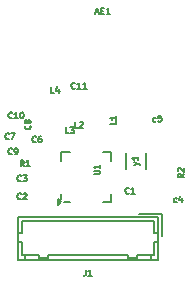
<source format=gbr>
%TF.GenerationSoftware,KiCad,Pcbnew,8.0.0*%
%TF.CreationDate,2025-02-14T14:26:33-04:00*%
%TF.ProjectId,Proyecto 1 Kicad,50726f79-6563-4746-9f20-31204b696361,rev?*%
%TF.SameCoordinates,Original*%
%TF.FileFunction,Legend,Top*%
%TF.FilePolarity,Positive*%
%FSLAX46Y46*%
G04 Gerber Fmt 4.6, Leading zero omitted, Abs format (unit mm)*
G04 Created by KiCad (PCBNEW 8.0.0) date 2025-02-14 14:26:33*
%MOMM*%
%LPD*%
G01*
G04 APERTURE LIST*
%ADD10C,0.127000*%
%ADD11C,0.152400*%
G04 APERTURE END LIST*
D10*
X157083739Y-101200857D02*
X157422406Y-101079905D01*
X157083739Y-100958952D02*
X157422406Y-101079905D01*
X157422406Y-101079905D02*
X157543358Y-101128286D01*
X157543358Y-101128286D02*
X157567549Y-101152476D01*
X157567549Y-101152476D02*
X157591739Y-101200857D01*
X157422406Y-100499333D02*
X157422406Y-100789619D01*
X157422406Y-100644476D02*
X156914406Y-100644476D01*
X156914406Y-100644476D02*
X156986977Y-100692857D01*
X156986977Y-100692857D02*
X157035358Y-100741238D01*
X157035358Y-100741238D02*
X157059549Y-100789619D01*
X153644406Y-101987047D02*
X154055644Y-101987047D01*
X154055644Y-101987047D02*
X154104025Y-101962857D01*
X154104025Y-101962857D02*
X154128216Y-101938666D01*
X154128216Y-101938666D02*
X154152406Y-101890285D01*
X154152406Y-101890285D02*
X154152406Y-101793523D01*
X154152406Y-101793523D02*
X154128216Y-101745142D01*
X154128216Y-101745142D02*
X154104025Y-101720952D01*
X154104025Y-101720952D02*
X154055644Y-101696761D01*
X154055644Y-101696761D02*
X153644406Y-101696761D01*
X154152406Y-101188762D02*
X154152406Y-101479048D01*
X154152406Y-101333905D02*
X153644406Y-101333905D01*
X153644406Y-101333905D02*
X153716977Y-101382286D01*
X153716977Y-101382286D02*
X153765358Y-101430667D01*
X153765358Y-101430667D02*
X153789549Y-101479048D01*
X161264406Y-101938666D02*
X161022501Y-102108000D01*
X161264406Y-102228952D02*
X160756406Y-102228952D01*
X160756406Y-102228952D02*
X160756406Y-102035428D01*
X160756406Y-102035428D02*
X160780596Y-101987047D01*
X160780596Y-101987047D02*
X160804787Y-101962857D01*
X160804787Y-101962857D02*
X160853168Y-101938666D01*
X160853168Y-101938666D02*
X160925739Y-101938666D01*
X160925739Y-101938666D02*
X160974120Y-101962857D01*
X160974120Y-101962857D02*
X160998311Y-101987047D01*
X160998311Y-101987047D02*
X161022501Y-102035428D01*
X161022501Y-102035428D02*
X161022501Y-102228952D01*
X160804787Y-101745143D02*
X160780596Y-101720952D01*
X160780596Y-101720952D02*
X160756406Y-101672571D01*
X160756406Y-101672571D02*
X160756406Y-101551619D01*
X160756406Y-101551619D02*
X160780596Y-101503238D01*
X160780596Y-101503238D02*
X160804787Y-101479047D01*
X160804787Y-101479047D02*
X160853168Y-101454857D01*
X160853168Y-101454857D02*
X160901549Y-101454857D01*
X160901549Y-101454857D02*
X160974120Y-101479047D01*
X160974120Y-101479047D02*
X161264406Y-101769333D01*
X161264406Y-101769333D02*
X161264406Y-101454857D01*
X147743333Y-101320406D02*
X147573999Y-101078501D01*
X147453047Y-101320406D02*
X147453047Y-100812406D01*
X147453047Y-100812406D02*
X147646571Y-100812406D01*
X147646571Y-100812406D02*
X147694952Y-100836596D01*
X147694952Y-100836596D02*
X147719142Y-100860787D01*
X147719142Y-100860787D02*
X147743333Y-100909168D01*
X147743333Y-100909168D02*
X147743333Y-100981739D01*
X147743333Y-100981739D02*
X147719142Y-101030120D01*
X147719142Y-101030120D02*
X147694952Y-101054311D01*
X147694952Y-101054311D02*
X147646571Y-101078501D01*
X147646571Y-101078501D02*
X147453047Y-101078501D01*
X148227142Y-101320406D02*
X147936856Y-101320406D01*
X148081999Y-101320406D02*
X148081999Y-100812406D01*
X148081999Y-100812406D02*
X148033618Y-100884977D01*
X148033618Y-100884977D02*
X147985237Y-100933358D01*
X147985237Y-100933358D02*
X147936856Y-100957549D01*
X150306333Y-95070406D02*
X150064428Y-95070406D01*
X150064428Y-95070406D02*
X150064428Y-94562406D01*
X150693380Y-94731739D02*
X150693380Y-95070406D01*
X150572428Y-94538216D02*
X150451475Y-94901073D01*
X150451475Y-94901073D02*
X150765952Y-94901073D01*
X151553333Y-98526406D02*
X151311428Y-98526406D01*
X151311428Y-98526406D02*
X151311428Y-98018406D01*
X151674285Y-98018406D02*
X151988761Y-98018406D01*
X151988761Y-98018406D02*
X151819428Y-98211930D01*
X151819428Y-98211930D02*
X151891999Y-98211930D01*
X151891999Y-98211930D02*
X151940380Y-98236120D01*
X151940380Y-98236120D02*
X151964571Y-98260311D01*
X151964571Y-98260311D02*
X151988761Y-98308692D01*
X151988761Y-98308692D02*
X151988761Y-98429644D01*
X151988761Y-98429644D02*
X151964571Y-98478025D01*
X151964571Y-98478025D02*
X151940380Y-98502216D01*
X151940380Y-98502216D02*
X151891999Y-98526406D01*
X151891999Y-98526406D02*
X151746856Y-98526406D01*
X151746856Y-98526406D02*
X151698475Y-98502216D01*
X151698475Y-98502216D02*
X151674285Y-98478025D01*
X152315333Y-98035406D02*
X152073428Y-98035406D01*
X152073428Y-98035406D02*
X152073428Y-97527406D01*
X152460475Y-97575787D02*
X152484666Y-97551596D01*
X152484666Y-97551596D02*
X152533047Y-97527406D01*
X152533047Y-97527406D02*
X152653999Y-97527406D01*
X152653999Y-97527406D02*
X152702380Y-97551596D01*
X152702380Y-97551596D02*
X152726571Y-97575787D01*
X152726571Y-97575787D02*
X152750761Y-97624168D01*
X152750761Y-97624168D02*
X152750761Y-97672549D01*
X152750761Y-97672549D02*
X152726571Y-97745120D01*
X152726571Y-97745120D02*
X152436285Y-98035406D01*
X152436285Y-98035406D02*
X152750761Y-98035406D01*
X155576406Y-97506666D02*
X155576406Y-97748571D01*
X155576406Y-97748571D02*
X155068406Y-97748571D01*
X155576406Y-97071238D02*
X155576406Y-97361524D01*
X155576406Y-97216381D02*
X155068406Y-97216381D01*
X155068406Y-97216381D02*
X155140977Y-97264762D01*
X155140977Y-97264762D02*
X155189358Y-97313143D01*
X155189358Y-97313143D02*
X155213549Y-97361524D01*
X152987666Y-110054406D02*
X152987666Y-110417263D01*
X152987666Y-110417263D02*
X152963475Y-110489835D01*
X152963475Y-110489835D02*
X152915094Y-110538216D01*
X152915094Y-110538216D02*
X152842523Y-110562406D01*
X152842523Y-110562406D02*
X152794142Y-110562406D01*
X153495666Y-110562406D02*
X153205380Y-110562406D01*
X153350523Y-110562406D02*
X153350523Y-110054406D01*
X153350523Y-110054406D02*
X153302142Y-110126977D01*
X153302142Y-110126977D02*
X153253761Y-110175358D01*
X153253761Y-110175358D02*
X153205380Y-110199549D01*
X152073428Y-94684025D02*
X152049237Y-94708216D01*
X152049237Y-94708216D02*
X151976666Y-94732406D01*
X151976666Y-94732406D02*
X151928285Y-94732406D01*
X151928285Y-94732406D02*
X151855713Y-94708216D01*
X151855713Y-94708216D02*
X151807332Y-94659835D01*
X151807332Y-94659835D02*
X151783142Y-94611454D01*
X151783142Y-94611454D02*
X151758951Y-94514692D01*
X151758951Y-94514692D02*
X151758951Y-94442120D01*
X151758951Y-94442120D02*
X151783142Y-94345358D01*
X151783142Y-94345358D02*
X151807332Y-94296977D01*
X151807332Y-94296977D02*
X151855713Y-94248596D01*
X151855713Y-94248596D02*
X151928285Y-94224406D01*
X151928285Y-94224406D02*
X151976666Y-94224406D01*
X151976666Y-94224406D02*
X152049237Y-94248596D01*
X152049237Y-94248596D02*
X152073428Y-94272787D01*
X152557237Y-94732406D02*
X152266951Y-94732406D01*
X152412094Y-94732406D02*
X152412094Y-94224406D01*
X152412094Y-94224406D02*
X152363713Y-94296977D01*
X152363713Y-94296977D02*
X152315332Y-94345358D01*
X152315332Y-94345358D02*
X152266951Y-94369549D01*
X153041047Y-94732406D02*
X152750761Y-94732406D01*
X152895904Y-94732406D02*
X152895904Y-94224406D01*
X152895904Y-94224406D02*
X152847523Y-94296977D01*
X152847523Y-94296977D02*
X152799142Y-94345358D01*
X152799142Y-94345358D02*
X152750761Y-94369549D01*
X146739428Y-97208025D02*
X146715237Y-97232216D01*
X146715237Y-97232216D02*
X146642666Y-97256406D01*
X146642666Y-97256406D02*
X146594285Y-97256406D01*
X146594285Y-97256406D02*
X146521713Y-97232216D01*
X146521713Y-97232216D02*
X146473332Y-97183835D01*
X146473332Y-97183835D02*
X146449142Y-97135454D01*
X146449142Y-97135454D02*
X146424951Y-97038692D01*
X146424951Y-97038692D02*
X146424951Y-96966120D01*
X146424951Y-96966120D02*
X146449142Y-96869358D01*
X146449142Y-96869358D02*
X146473332Y-96820977D01*
X146473332Y-96820977D02*
X146521713Y-96772596D01*
X146521713Y-96772596D02*
X146594285Y-96748406D01*
X146594285Y-96748406D02*
X146642666Y-96748406D01*
X146642666Y-96748406D02*
X146715237Y-96772596D01*
X146715237Y-96772596D02*
X146739428Y-96796787D01*
X147223237Y-97256406D02*
X146932951Y-97256406D01*
X147078094Y-97256406D02*
X147078094Y-96748406D01*
X147078094Y-96748406D02*
X147029713Y-96820977D01*
X147029713Y-96820977D02*
X146981332Y-96869358D01*
X146981332Y-96869358D02*
X146932951Y-96893549D01*
X147537714Y-96748406D02*
X147586095Y-96748406D01*
X147586095Y-96748406D02*
X147634476Y-96772596D01*
X147634476Y-96772596D02*
X147658666Y-96796787D01*
X147658666Y-96796787D02*
X147682857Y-96845168D01*
X147682857Y-96845168D02*
X147707047Y-96941930D01*
X147707047Y-96941930D02*
X147707047Y-97062882D01*
X147707047Y-97062882D02*
X147682857Y-97159644D01*
X147682857Y-97159644D02*
X147658666Y-97208025D01*
X147658666Y-97208025D02*
X147634476Y-97232216D01*
X147634476Y-97232216D02*
X147586095Y-97256406D01*
X147586095Y-97256406D02*
X147537714Y-97256406D01*
X147537714Y-97256406D02*
X147489333Y-97232216D01*
X147489333Y-97232216D02*
X147465142Y-97208025D01*
X147465142Y-97208025D02*
X147440952Y-97159644D01*
X147440952Y-97159644D02*
X147416761Y-97062882D01*
X147416761Y-97062882D02*
X147416761Y-96941930D01*
X147416761Y-96941930D02*
X147440952Y-96845168D01*
X147440952Y-96845168D02*
X147465142Y-96796787D01*
X147465142Y-96796787D02*
X147489333Y-96772596D01*
X147489333Y-96772596D02*
X147537714Y-96748406D01*
X146727333Y-100256025D02*
X146703142Y-100280216D01*
X146703142Y-100280216D02*
X146630571Y-100304406D01*
X146630571Y-100304406D02*
X146582190Y-100304406D01*
X146582190Y-100304406D02*
X146509618Y-100280216D01*
X146509618Y-100280216D02*
X146461237Y-100231835D01*
X146461237Y-100231835D02*
X146437047Y-100183454D01*
X146437047Y-100183454D02*
X146412856Y-100086692D01*
X146412856Y-100086692D02*
X146412856Y-100014120D01*
X146412856Y-100014120D02*
X146437047Y-99917358D01*
X146437047Y-99917358D02*
X146461237Y-99868977D01*
X146461237Y-99868977D02*
X146509618Y-99820596D01*
X146509618Y-99820596D02*
X146582190Y-99796406D01*
X146582190Y-99796406D02*
X146630571Y-99796406D01*
X146630571Y-99796406D02*
X146703142Y-99820596D01*
X146703142Y-99820596D02*
X146727333Y-99844787D01*
X146969237Y-100304406D02*
X147065999Y-100304406D01*
X147065999Y-100304406D02*
X147114380Y-100280216D01*
X147114380Y-100280216D02*
X147138571Y-100256025D01*
X147138571Y-100256025D02*
X147186952Y-100183454D01*
X147186952Y-100183454D02*
X147211142Y-100086692D01*
X147211142Y-100086692D02*
X147211142Y-99893168D01*
X147211142Y-99893168D02*
X147186952Y-99844787D01*
X147186952Y-99844787D02*
X147162761Y-99820596D01*
X147162761Y-99820596D02*
X147114380Y-99796406D01*
X147114380Y-99796406D02*
X147017618Y-99796406D01*
X147017618Y-99796406D02*
X146969237Y-99820596D01*
X146969237Y-99820596D02*
X146945047Y-99844787D01*
X146945047Y-99844787D02*
X146920856Y-99893168D01*
X146920856Y-99893168D02*
X146920856Y-100014120D01*
X146920856Y-100014120D02*
X146945047Y-100062501D01*
X146945047Y-100062501D02*
X146969237Y-100086692D01*
X146969237Y-100086692D02*
X147017618Y-100110882D01*
X147017618Y-100110882D02*
X147114380Y-100110882D01*
X147114380Y-100110882D02*
X147162761Y-100086692D01*
X147162761Y-100086692D02*
X147186952Y-100062501D01*
X147186952Y-100062501D02*
X147211142Y-100014120D01*
X148262025Y-97874666D02*
X148286216Y-97898857D01*
X148286216Y-97898857D02*
X148310406Y-97971428D01*
X148310406Y-97971428D02*
X148310406Y-98019809D01*
X148310406Y-98019809D02*
X148286216Y-98092381D01*
X148286216Y-98092381D02*
X148237835Y-98140762D01*
X148237835Y-98140762D02*
X148189454Y-98164952D01*
X148189454Y-98164952D02*
X148092692Y-98189143D01*
X148092692Y-98189143D02*
X148020120Y-98189143D01*
X148020120Y-98189143D02*
X147923358Y-98164952D01*
X147923358Y-98164952D02*
X147874977Y-98140762D01*
X147874977Y-98140762D02*
X147826596Y-98092381D01*
X147826596Y-98092381D02*
X147802406Y-98019809D01*
X147802406Y-98019809D02*
X147802406Y-97971428D01*
X147802406Y-97971428D02*
X147826596Y-97898857D01*
X147826596Y-97898857D02*
X147850787Y-97874666D01*
X148020120Y-97584381D02*
X147995930Y-97632762D01*
X147995930Y-97632762D02*
X147971739Y-97656952D01*
X147971739Y-97656952D02*
X147923358Y-97681143D01*
X147923358Y-97681143D02*
X147899168Y-97681143D01*
X147899168Y-97681143D02*
X147850787Y-97656952D01*
X147850787Y-97656952D02*
X147826596Y-97632762D01*
X147826596Y-97632762D02*
X147802406Y-97584381D01*
X147802406Y-97584381D02*
X147802406Y-97487619D01*
X147802406Y-97487619D02*
X147826596Y-97439238D01*
X147826596Y-97439238D02*
X147850787Y-97415047D01*
X147850787Y-97415047D02*
X147899168Y-97390857D01*
X147899168Y-97390857D02*
X147923358Y-97390857D01*
X147923358Y-97390857D02*
X147971739Y-97415047D01*
X147971739Y-97415047D02*
X147995930Y-97439238D01*
X147995930Y-97439238D02*
X148020120Y-97487619D01*
X148020120Y-97487619D02*
X148020120Y-97584381D01*
X148020120Y-97584381D02*
X148044311Y-97632762D01*
X148044311Y-97632762D02*
X148068501Y-97656952D01*
X148068501Y-97656952D02*
X148116882Y-97681143D01*
X148116882Y-97681143D02*
X148213644Y-97681143D01*
X148213644Y-97681143D02*
X148262025Y-97656952D01*
X148262025Y-97656952D02*
X148286216Y-97632762D01*
X148286216Y-97632762D02*
X148310406Y-97584381D01*
X148310406Y-97584381D02*
X148310406Y-97487619D01*
X148310406Y-97487619D02*
X148286216Y-97439238D01*
X148286216Y-97439238D02*
X148262025Y-97415047D01*
X148262025Y-97415047D02*
X148213644Y-97390857D01*
X148213644Y-97390857D02*
X148116882Y-97390857D01*
X148116882Y-97390857D02*
X148068501Y-97415047D01*
X148068501Y-97415047D02*
X148044311Y-97439238D01*
X148044311Y-97439238D02*
X148020120Y-97487619D01*
X146473333Y-98986025D02*
X146449142Y-99010216D01*
X146449142Y-99010216D02*
X146376571Y-99034406D01*
X146376571Y-99034406D02*
X146328190Y-99034406D01*
X146328190Y-99034406D02*
X146255618Y-99010216D01*
X146255618Y-99010216D02*
X146207237Y-98961835D01*
X146207237Y-98961835D02*
X146183047Y-98913454D01*
X146183047Y-98913454D02*
X146158856Y-98816692D01*
X146158856Y-98816692D02*
X146158856Y-98744120D01*
X146158856Y-98744120D02*
X146183047Y-98647358D01*
X146183047Y-98647358D02*
X146207237Y-98598977D01*
X146207237Y-98598977D02*
X146255618Y-98550596D01*
X146255618Y-98550596D02*
X146328190Y-98526406D01*
X146328190Y-98526406D02*
X146376571Y-98526406D01*
X146376571Y-98526406D02*
X146449142Y-98550596D01*
X146449142Y-98550596D02*
X146473333Y-98574787D01*
X146642666Y-98526406D02*
X146981333Y-98526406D01*
X146981333Y-98526406D02*
X146763618Y-99034406D01*
X148759333Y-99240025D02*
X148735142Y-99264216D01*
X148735142Y-99264216D02*
X148662571Y-99288406D01*
X148662571Y-99288406D02*
X148614190Y-99288406D01*
X148614190Y-99288406D02*
X148541618Y-99264216D01*
X148541618Y-99264216D02*
X148493237Y-99215835D01*
X148493237Y-99215835D02*
X148469047Y-99167454D01*
X148469047Y-99167454D02*
X148444856Y-99070692D01*
X148444856Y-99070692D02*
X148444856Y-98998120D01*
X148444856Y-98998120D02*
X148469047Y-98901358D01*
X148469047Y-98901358D02*
X148493237Y-98852977D01*
X148493237Y-98852977D02*
X148541618Y-98804596D01*
X148541618Y-98804596D02*
X148614190Y-98780406D01*
X148614190Y-98780406D02*
X148662571Y-98780406D01*
X148662571Y-98780406D02*
X148735142Y-98804596D01*
X148735142Y-98804596D02*
X148759333Y-98828787D01*
X149194761Y-98780406D02*
X149097999Y-98780406D01*
X149097999Y-98780406D02*
X149049618Y-98804596D01*
X149049618Y-98804596D02*
X149025428Y-98828787D01*
X149025428Y-98828787D02*
X148977047Y-98901358D01*
X148977047Y-98901358D02*
X148952856Y-98998120D01*
X148952856Y-98998120D02*
X148952856Y-99191644D01*
X148952856Y-99191644D02*
X148977047Y-99240025D01*
X148977047Y-99240025D02*
X149001237Y-99264216D01*
X149001237Y-99264216D02*
X149049618Y-99288406D01*
X149049618Y-99288406D02*
X149146380Y-99288406D01*
X149146380Y-99288406D02*
X149194761Y-99264216D01*
X149194761Y-99264216D02*
X149218952Y-99240025D01*
X149218952Y-99240025D02*
X149243142Y-99191644D01*
X149243142Y-99191644D02*
X149243142Y-99070692D01*
X149243142Y-99070692D02*
X149218952Y-99022311D01*
X149218952Y-99022311D02*
X149194761Y-98998120D01*
X149194761Y-98998120D02*
X149146380Y-98973930D01*
X149146380Y-98973930D02*
X149049618Y-98973930D01*
X149049618Y-98973930D02*
X149001237Y-98998120D01*
X149001237Y-98998120D02*
X148977047Y-99022311D01*
X148977047Y-99022311D02*
X148952856Y-99070692D01*
X158908047Y-97502216D02*
X158859666Y-97526406D01*
X158859666Y-97526406D02*
X158762904Y-97526406D01*
X158762904Y-97526406D02*
X158714523Y-97502216D01*
X158714523Y-97502216D02*
X158690333Y-97478025D01*
X158690333Y-97478025D02*
X158666142Y-97429644D01*
X158666142Y-97429644D02*
X158666142Y-97284501D01*
X158666142Y-97284501D02*
X158690333Y-97236120D01*
X158690333Y-97236120D02*
X158714523Y-97211930D01*
X158714523Y-97211930D02*
X158762904Y-97187739D01*
X158762904Y-97187739D02*
X158859666Y-97187739D01*
X158859666Y-97187739D02*
X158908047Y-97211930D01*
X159367667Y-97018406D02*
X159125762Y-97018406D01*
X159125762Y-97018406D02*
X159101571Y-97260311D01*
X159101571Y-97260311D02*
X159125762Y-97236120D01*
X159125762Y-97236120D02*
X159174143Y-97211930D01*
X159174143Y-97211930D02*
X159295095Y-97211930D01*
X159295095Y-97211930D02*
X159343476Y-97236120D01*
X159343476Y-97236120D02*
X159367667Y-97260311D01*
X159367667Y-97260311D02*
X159391857Y-97308692D01*
X159391857Y-97308692D02*
X159391857Y-97429644D01*
X159391857Y-97429644D02*
X159367667Y-97478025D01*
X159367667Y-97478025D02*
X159343476Y-97502216D01*
X159343476Y-97502216D02*
X159295095Y-97526406D01*
X159295095Y-97526406D02*
X159174143Y-97526406D01*
X159174143Y-97526406D02*
X159125762Y-97502216D01*
X159125762Y-97502216D02*
X159101571Y-97478025D01*
X160661047Y-104344216D02*
X160612666Y-104368406D01*
X160612666Y-104368406D02*
X160515904Y-104368406D01*
X160515904Y-104368406D02*
X160467523Y-104344216D01*
X160467523Y-104344216D02*
X160443333Y-104320025D01*
X160443333Y-104320025D02*
X160419142Y-104271644D01*
X160419142Y-104271644D02*
X160419142Y-104126501D01*
X160419142Y-104126501D02*
X160443333Y-104078120D01*
X160443333Y-104078120D02*
X160467523Y-104053930D01*
X160467523Y-104053930D02*
X160515904Y-104029739D01*
X160515904Y-104029739D02*
X160612666Y-104029739D01*
X160612666Y-104029739D02*
X160661047Y-104053930D01*
X161096476Y-104029739D02*
X161096476Y-104368406D01*
X160975524Y-103836216D02*
X160854571Y-104199073D01*
X160854571Y-104199073D02*
X161169048Y-104199073D01*
X147489333Y-102542025D02*
X147465142Y-102566216D01*
X147465142Y-102566216D02*
X147392571Y-102590406D01*
X147392571Y-102590406D02*
X147344190Y-102590406D01*
X147344190Y-102590406D02*
X147271618Y-102566216D01*
X147271618Y-102566216D02*
X147223237Y-102517835D01*
X147223237Y-102517835D02*
X147199047Y-102469454D01*
X147199047Y-102469454D02*
X147174856Y-102372692D01*
X147174856Y-102372692D02*
X147174856Y-102300120D01*
X147174856Y-102300120D02*
X147199047Y-102203358D01*
X147199047Y-102203358D02*
X147223237Y-102154977D01*
X147223237Y-102154977D02*
X147271618Y-102106596D01*
X147271618Y-102106596D02*
X147344190Y-102082406D01*
X147344190Y-102082406D02*
X147392571Y-102082406D01*
X147392571Y-102082406D02*
X147465142Y-102106596D01*
X147465142Y-102106596D02*
X147489333Y-102130787D01*
X147658666Y-102082406D02*
X147973142Y-102082406D01*
X147973142Y-102082406D02*
X147803809Y-102275930D01*
X147803809Y-102275930D02*
X147876380Y-102275930D01*
X147876380Y-102275930D02*
X147924761Y-102300120D01*
X147924761Y-102300120D02*
X147948952Y-102324311D01*
X147948952Y-102324311D02*
X147973142Y-102372692D01*
X147973142Y-102372692D02*
X147973142Y-102493644D01*
X147973142Y-102493644D02*
X147948952Y-102542025D01*
X147948952Y-102542025D02*
X147924761Y-102566216D01*
X147924761Y-102566216D02*
X147876380Y-102590406D01*
X147876380Y-102590406D02*
X147731237Y-102590406D01*
X147731237Y-102590406D02*
X147682856Y-102566216D01*
X147682856Y-102566216D02*
X147658666Y-102542025D01*
X147489333Y-104066025D02*
X147465142Y-104090216D01*
X147465142Y-104090216D02*
X147392571Y-104114406D01*
X147392571Y-104114406D02*
X147344190Y-104114406D01*
X147344190Y-104114406D02*
X147271618Y-104090216D01*
X147271618Y-104090216D02*
X147223237Y-104041835D01*
X147223237Y-104041835D02*
X147199047Y-103993454D01*
X147199047Y-103993454D02*
X147174856Y-103896692D01*
X147174856Y-103896692D02*
X147174856Y-103824120D01*
X147174856Y-103824120D02*
X147199047Y-103727358D01*
X147199047Y-103727358D02*
X147223237Y-103678977D01*
X147223237Y-103678977D02*
X147271618Y-103630596D01*
X147271618Y-103630596D02*
X147344190Y-103606406D01*
X147344190Y-103606406D02*
X147392571Y-103606406D01*
X147392571Y-103606406D02*
X147465142Y-103630596D01*
X147465142Y-103630596D02*
X147489333Y-103654787D01*
X147682856Y-103654787D02*
X147707047Y-103630596D01*
X147707047Y-103630596D02*
X147755428Y-103606406D01*
X147755428Y-103606406D02*
X147876380Y-103606406D01*
X147876380Y-103606406D02*
X147924761Y-103630596D01*
X147924761Y-103630596D02*
X147948952Y-103654787D01*
X147948952Y-103654787D02*
X147973142Y-103703168D01*
X147973142Y-103703168D02*
X147973142Y-103751549D01*
X147973142Y-103751549D02*
X147948952Y-103824120D01*
X147948952Y-103824120D02*
X147658666Y-104114406D01*
X147658666Y-104114406D02*
X147973142Y-104114406D01*
X156633333Y-103574025D02*
X156609142Y-103598216D01*
X156609142Y-103598216D02*
X156536571Y-103622406D01*
X156536571Y-103622406D02*
X156488190Y-103622406D01*
X156488190Y-103622406D02*
X156415618Y-103598216D01*
X156415618Y-103598216D02*
X156367237Y-103549835D01*
X156367237Y-103549835D02*
X156343047Y-103501454D01*
X156343047Y-103501454D02*
X156318856Y-103404692D01*
X156318856Y-103404692D02*
X156318856Y-103332120D01*
X156318856Y-103332120D02*
X156343047Y-103235358D01*
X156343047Y-103235358D02*
X156367237Y-103186977D01*
X156367237Y-103186977D02*
X156415618Y-103138596D01*
X156415618Y-103138596D02*
X156488190Y-103114406D01*
X156488190Y-103114406D02*
X156536571Y-103114406D01*
X156536571Y-103114406D02*
X156609142Y-103138596D01*
X156609142Y-103138596D02*
X156633333Y-103162787D01*
X157117142Y-103622406D02*
X156826856Y-103622406D01*
X156971999Y-103622406D02*
X156971999Y-103114406D01*
X156971999Y-103114406D02*
X156923618Y-103186977D01*
X156923618Y-103186977D02*
X156875237Y-103235358D01*
X156875237Y-103235358D02*
X156826856Y-103259549D01*
X153839332Y-88246263D02*
X154081237Y-88246263D01*
X153790951Y-88391406D02*
X153960285Y-87883406D01*
X153960285Y-87883406D02*
X154129618Y-88391406D01*
X154298952Y-88125311D02*
X154468285Y-88125311D01*
X154540857Y-88391406D02*
X154298952Y-88391406D01*
X154298952Y-88391406D02*
X154298952Y-87883406D01*
X154298952Y-87883406D02*
X154540857Y-87883406D01*
X155024666Y-88391406D02*
X154734380Y-88391406D01*
X154879523Y-88391406D02*
X154879523Y-87883406D01*
X154879523Y-87883406D02*
X154831142Y-87955977D01*
X154831142Y-87955977D02*
X154782761Y-88004358D01*
X154782761Y-88004358D02*
X154734380Y-88028549D01*
D11*
%TO.C,y1*%
X158101000Y-100163000D02*
X158101000Y-101513000D01*
X156351000Y-100163000D02*
X156351000Y-101513000D01*
%TO.C,U1*%
X151640000Y-104355000D02*
X151155000Y-104355000D01*
X155135000Y-104355000D02*
X154410000Y-104355000D01*
X150915000Y-103630000D02*
X150915000Y-104055000D01*
X155135000Y-103630000D02*
X155135000Y-104355000D01*
X150915000Y-100860000D02*
X150915000Y-100135000D01*
X155135000Y-100860000D02*
X155135000Y-100135000D01*
X150915000Y-100135000D02*
X151640000Y-100135000D01*
X155135000Y-100135000D02*
X154410000Y-100135000D01*
X150915000Y-104355000D02*
X150585000Y-104595000D01*
X150585000Y-104115000D01*
X150915000Y-104355000D01*
G36*
X150915000Y-104355000D02*
G01*
X150585000Y-104595000D01*
X150585000Y-104115000D01*
X150915000Y-104355000D01*
G37*
%TO.C,J1*%
X159397000Y-107234000D02*
X159397000Y-105324000D01*
X159397000Y-105324000D02*
X157487000Y-105324000D01*
X159087000Y-109234000D02*
X159087000Y-105634000D01*
X159087000Y-107684000D02*
X158787000Y-107684000D01*
X159087000Y-106934000D02*
X158787000Y-106934000D01*
X159087000Y-105634000D02*
X147237000Y-105634000D01*
X158787000Y-108784000D02*
X158487000Y-108784000D01*
X158787000Y-107684000D02*
X158787000Y-108784000D01*
X158787000Y-106934000D02*
X158787000Y-105934000D01*
X158787000Y-105934000D02*
X147537000Y-105934000D01*
X158487000Y-108784000D02*
X158487000Y-109234000D01*
X158487000Y-108784000D02*
X157287000Y-108784000D01*
X157287000Y-109084000D02*
X156537000Y-109084000D01*
X157287000Y-108784000D02*
X157287000Y-109084000D01*
X156537000Y-109084000D02*
X156537000Y-108784000D01*
X156537000Y-108784000D02*
X149787000Y-108784000D01*
X149787000Y-109084000D02*
X149037000Y-109084000D01*
X149787000Y-108784000D02*
X149787000Y-109084000D01*
X149037000Y-109084000D02*
X149037000Y-108784000D01*
X149037000Y-108784000D02*
X147837000Y-108784000D01*
X147837000Y-108784000D02*
X147837000Y-109234000D01*
X147537000Y-108784000D02*
X147837000Y-108784000D01*
X147537000Y-107684000D02*
X147537000Y-108784000D01*
X147537000Y-106934000D02*
X147237000Y-106934000D01*
X147537000Y-105934000D02*
X147537000Y-106934000D01*
X147237000Y-109234000D02*
X159087000Y-109234000D01*
X147237000Y-107684000D02*
X147537000Y-107684000D01*
X147237000Y-105634000D02*
X147237000Y-109234000D01*
%TD*%
M02*

</source>
